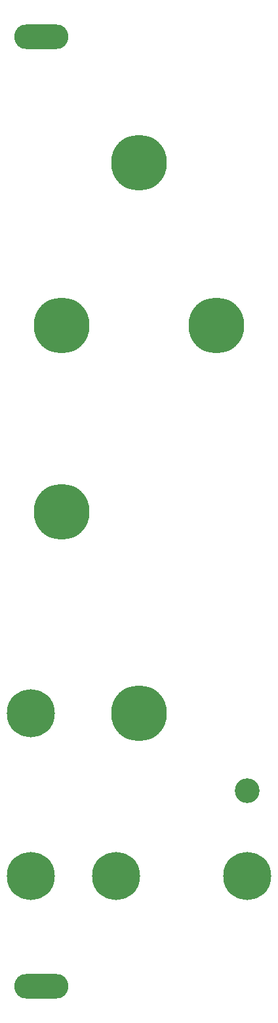
<source format=gbs>
G04 #@! TF.GenerationSoftware,KiCad,Pcbnew,8.0.5*
G04 #@! TF.CreationDate,2024-11-24T11:24:00+01:00*
G04 #@! TF.ProjectId,kicks-panel,6b69636b-732d-4706-916e-656c2e6b6963,rev?*
G04 #@! TF.SameCoordinates,Original*
G04 #@! TF.FileFunction,Soldermask,Bot*
G04 #@! TF.FilePolarity,Negative*
%FSLAX46Y46*%
G04 Gerber Fmt 4.6, Leading zero omitted, Abs format (unit mm)*
G04 Created by KiCad (PCBNEW 8.0.5) date 2024-11-24 11:24:00*
%MOMM*%
%LPD*%
G01*
G04 APERTURE LIST*
%ADD10C,7.200000*%
%ADD11C,6.200000*%
%ADD12C,3.200000*%
%ADD13O,7.000000X3.200000*%
G04 APERTURE END LIST*
D10*
X70150000Y-60000000D03*
D11*
X56150000Y-131000000D03*
D10*
X60150000Y-81000000D03*
D12*
X84150000Y-141000000D03*
D13*
X57500000Y-166250000D03*
D10*
X80150000Y-81000000D03*
X60150000Y-105000000D03*
D11*
X56150000Y-152000000D03*
X67150000Y-152000000D03*
X84150000Y-152000000D03*
D13*
X57500000Y-43750000D03*
D10*
X70150000Y-131000000D03*
M02*

</source>
